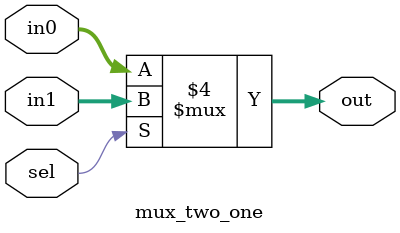
<source format=sv>
module mux_two_one #(parameter WIDTH=16) (out, in0, in1, sel);
    output logic [WIDTH-1:0] out;
    input logic [WIDTH-1 : 0] in0, in1;
    input logic sel;

    always_comb begin
        if (sel == 0) begin
            out = in0;
        end else begin
            out = in1;
        end
    end

endmodule
</source>
